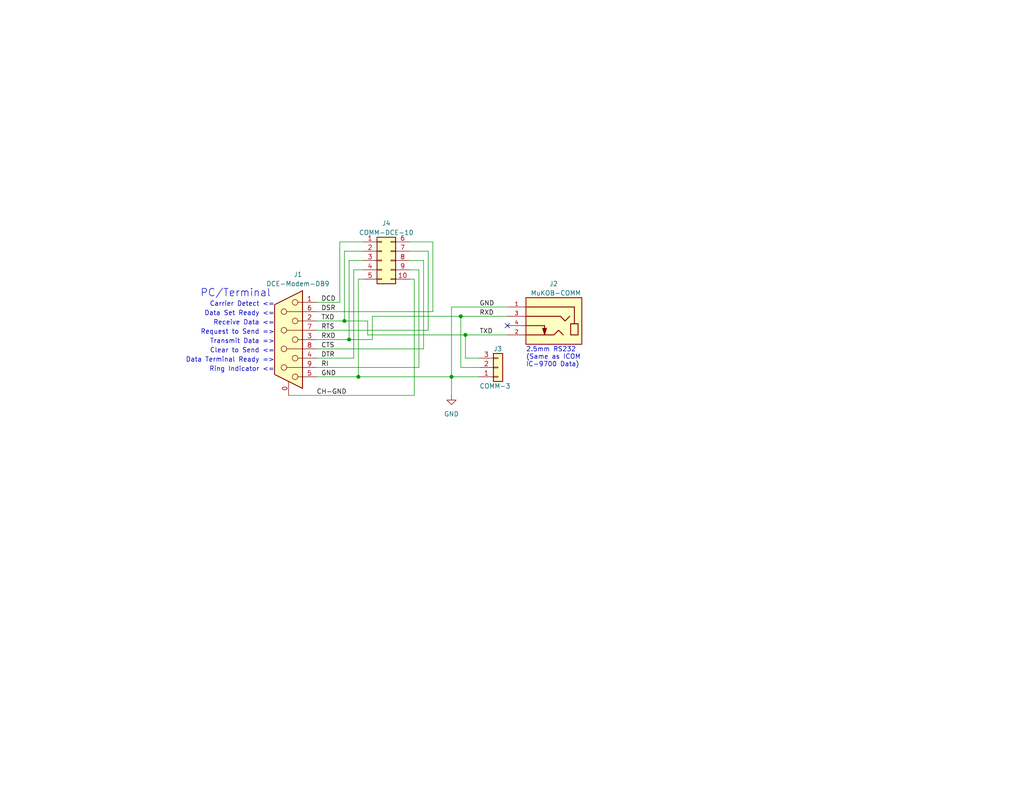
<source format=kicad_sch>
(kicad_sch (version 20230121) (generator eeschema)

  (uuid 4cd357ad-d6a2-4e95-9aa7-25bb10182e47)

  (paper "A")

  (title_block
    (title "MuKOB - Comm Adapter")
    (date "2024-01-16")
    (rev "1.0")
    (company "Silky Design (AES)")
    (comment 1 "Copyright 2024 AESilky")
  )

  (lib_symbols
    (symbol "AES_Library:CUI_SJ-2524-SMT-TRS-tsw-audio-jack" (pin_names (offset 1.016)) (in_bom yes) (on_board yes)
      (property "Reference" "J" (at -7.62 5.8495 0)
        (effects (font (size 1.27 1.27)) (justify left bottom))
      )
      (property "Value" "CUI-SJ-2524-SMT-TRS" (at -7.62 -10.1745 0)
        (effects (font (size 1.27 1.27)) (justify left bottom))
      )
      (property "Footprint" "AES_Library:CUI_SJ-2524-SMT-TRS-audio-jack" (at 0 0 0)
        (effects (font (size 1.27 1.27)) (justify bottom) hide)
      )
      (property "Datasheet" "" (at 0 0 0)
        (effects (font (size 1.27 1.27)) hide)
      )
      (property "PARTREV" "1.05" (at 0 0 0)
        (effects (font (size 1.27 1.27)) (justify bottom) hide)
      )
      (property "STANDARD" "Manufacturer Recommendations" (at 0 0 0)
        (effects (font (size 1.27 1.27)) (justify bottom) hide)
      )
      (property "SNAPEDA_PN" "SJ-2524-SMT-TR" (at 0 0 0)
        (effects (font (size 1.27 1.27)) (justify bottom) hide)
      )
      (property "MAXIMUM_PACKAGE_HEIGHT" "4.8mm" (at 0 0 0)
        (effects (font (size 1.27 1.27)) (justify bottom) hide)
      )
      (property "MANUFACTURER" "CUI Devices" (at 0 0 0)
        (effects (font (size 1.27 1.27)) (justify bottom) hide)
      )
      (property "ki_keywords" "2.5mm TRS stereo audio jack" (at 0 0 0)
        (effects (font (size 1.27 1.27)) hide)
      )
      (property "ki_description" "2.5mm TRS Stereo Audio Jack w/ts" (at 0 0 0)
        (effects (font (size 1.27 1.27)) hide)
      )
      (symbol "CUI_SJ-2524-SMT-TRS-tsw-audio-jack_0_0"
        (rectangle (start -7.62 -7.62) (end 7.62 5.08)
          (stroke (width 0.254) (type default))
          (fill (type background))
        )
        (polyline
          (pts
            (xy -6.604 -5.08)
            (xy -4.572 -5.08)
          )
          (stroke (width 0.254) (type default))
          (fill (type none))
        )
        (polyline
          (pts
            (xy -6.604 -2.032)
            (xy -6.604 -5.08)
          )
          (stroke (width 0.254) (type default))
          (fill (type none))
        )
        (polyline
          (pts
            (xy -5.588 -2.032)
            (xy -6.604 -2.032)
          )
          (stroke (width 0.254) (type default))
          (fill (type none))
        )
        (polyline
          (pts
            (xy -5.588 -2.032)
            (xy -5.588 2.54)
          )
          (stroke (width 0.254) (type default))
          (fill (type none))
        )
        (polyline
          (pts
            (xy -5.588 2.54)
            (xy 7.62 2.54)
          )
          (stroke (width 0.254) (type default))
          (fill (type none))
        )
        (polyline
          (pts
            (xy -4.572 -5.08)
            (xy -4.572 -2.032)
          )
          (stroke (width 0.254) (type default))
          (fill (type none))
        )
        (polyline
          (pts
            (xy -4.572 -2.032)
            (xy -5.588 -2.032)
          )
          (stroke (width 0.254) (type default))
          (fill (type none))
        )
        (polyline
          (pts
            (xy -3.048 -1.27)
            (xy -4.318 0)
          )
          (stroke (width 0.254) (type default))
          (fill (type none))
        )
        (polyline
          (pts
            (xy -1.778 0)
            (xy -3.048 -1.27)
          )
          (stroke (width 0.254) (type default))
          (fill (type none))
        )
        (polyline
          (pts
            (xy -1.27 -3.81)
            (xy -2.54 -5.08)
          )
          (stroke (width 0.254) (type default))
          (fill (type none))
        )
        (polyline
          (pts
            (xy 0 -5.08)
            (xy -1.27 -3.81)
          )
          (stroke (width 0.254) (type default))
          (fill (type none))
        )
        (polyline
          (pts
            (xy 2.54 -2.54)
            (xy 2.54 -3.302)
          )
          (stroke (width 0.254) (type default))
          (fill (type none))
        )
        (polyline
          (pts
            (xy 2.54 -2.54)
            (xy 7.62 -2.54)
          )
          (stroke (width 0.254) (type default))
          (fill (type none))
        )
        (polyline
          (pts
            (xy 7.62 -5.08)
            (xy 0 -5.08)
          )
          (stroke (width 0.254) (type default))
          (fill (type none))
        )
        (polyline
          (pts
            (xy 7.62 0)
            (xy -1.778 0)
          )
          (stroke (width 0.254) (type default))
          (fill (type none))
        )
        (polyline
          (pts
            (xy 2.032 -3.302)
            (xy 3.048 -3.302)
            (xy 2.54 -4.953)
            (xy 2.032 -3.302)
          )
          (stroke (width 0.254) (type default))
          (fill (type outline))
        )
        (pin passive line (at 12.7 2.54 180) (length 5.08)
          (name "~" (effects (font (size 1.016 1.016))))
          (number "1" (effects (font (size 1.016 1.016))))
        )
        (pin passive line (at 12.7 -5.08 180) (length 5.08)
          (name "~" (effects (font (size 1.016 1.016))))
          (number "2" (effects (font (size 1.016 1.016))))
        )
        (pin passive line (at 12.7 0 180) (length 5.08)
          (name "~" (effects (font (size 1.016 1.016))))
          (number "3" (effects (font (size 1.016 1.016))))
        )
        (pin passive line (at 12.7 -2.54 180) (length 5.08)
          (name "~" (effects (font (size 1.016 1.016))))
          (number "4" (effects (font (size 1.016 1.016))))
        )
      )
    )
    (symbol "Connector:DE9_Receptacle_MountingHoles" (pin_names (offset 1.016) hide) (in_bom yes) (on_board yes)
      (property "Reference" "J" (at 0 16.51 0)
        (effects (font (size 1.27 1.27)))
      )
      (property "Value" "DE9_Receptacle_MountingHoles" (at 0 14.605 0)
        (effects (font (size 1.27 1.27)))
      )
      (property "Footprint" "" (at 0 0 0)
        (effects (font (size 1.27 1.27)) hide)
      )
      (property "Datasheet" " ~" (at 0 0 0)
        (effects (font (size 1.27 1.27)) hide)
      )
      (property "ki_keywords" "connector receptacle female D-SUB DB9" (at 0 0 0)
        (effects (font (size 1.27 1.27)) hide)
      )
      (property "ki_description" "9-pin female receptacle socket D-SUB connector, Mounting Hole" (at 0 0 0)
        (effects (font (size 1.27 1.27)) hide)
      )
      (property "ki_fp_filters" "DSUB*Female*" (at 0 0 0)
        (effects (font (size 1.27 1.27)) hide)
      )
      (symbol "DE9_Receptacle_MountingHoles_0_1"
        (circle (center -1.778 -10.16) (radius 0.762)
          (stroke (width 0) (type default))
          (fill (type none))
        )
        (circle (center -1.778 -5.08) (radius 0.762)
          (stroke (width 0) (type default))
          (fill (type none))
        )
        (circle (center -1.778 0) (radius 0.762)
          (stroke (width 0) (type default))
          (fill (type none))
        )
        (circle (center -1.778 5.08) (radius 0.762)
          (stroke (width 0) (type default))
          (fill (type none))
        )
        (circle (center -1.778 10.16) (radius 0.762)
          (stroke (width 0) (type default))
          (fill (type none))
        )
        (polyline
          (pts
            (xy -3.81 -10.16)
            (xy -2.54 -10.16)
          )
          (stroke (width 0) (type default))
          (fill (type none))
        )
        (polyline
          (pts
            (xy -3.81 -7.62)
            (xy 0.508 -7.62)
          )
          (stroke (width 0) (type default))
          (fill (type none))
        )
        (polyline
          (pts
            (xy -3.81 -5.08)
            (xy -2.54 -5.08)
          )
          (stroke (width 0) (type default))
          (fill (type none))
        )
        (polyline
          (pts
            (xy -3.81 -2.54)
            (xy 0.508 -2.54)
          )
          (stroke (width 0) (type default))
          (fill (type none))
        )
        (polyline
          (pts
            (xy -3.81 0)
            (xy -2.54 0)
          )
          (stroke (width 0) (type default))
          (fill (type none))
        )
        (polyline
          (pts
            (xy -3.81 2.54)
            (xy 0.508 2.54)
          )
          (stroke (width 0) (type default))
          (fill (type none))
        )
        (polyline
          (pts
            (xy -3.81 5.08)
            (xy -2.54 5.08)
          )
          (stroke (width 0) (type default))
          (fill (type none))
        )
        (polyline
          (pts
            (xy -3.81 7.62)
            (xy 0.508 7.62)
          )
          (stroke (width 0) (type default))
          (fill (type none))
        )
        (polyline
          (pts
            (xy -3.81 10.16)
            (xy -2.54 10.16)
          )
          (stroke (width 0) (type default))
          (fill (type none))
        )
        (polyline
          (pts
            (xy -3.81 13.335)
            (xy -3.81 -13.335)
            (xy 3.81 -9.525)
            (xy 3.81 9.525)
            (xy -3.81 13.335)
          )
          (stroke (width 0.254) (type default))
          (fill (type background))
        )
        (circle (center 1.27 -7.62) (radius 0.762)
          (stroke (width 0) (type default))
          (fill (type none))
        )
        (circle (center 1.27 -2.54) (radius 0.762)
          (stroke (width 0) (type default))
          (fill (type none))
        )
        (circle (center 1.27 2.54) (radius 0.762)
          (stroke (width 0) (type default))
          (fill (type none))
        )
        (circle (center 1.27 7.62) (radius 0.762)
          (stroke (width 0) (type default))
          (fill (type none))
        )
      )
      (symbol "DE9_Receptacle_MountingHoles_1_1"
        (pin passive line (at 0 -15.24 90) (length 3.81)
          (name "PAD" (effects (font (size 1.27 1.27))))
          (number "0" (effects (font (size 1.27 1.27))))
        )
        (pin passive line (at -7.62 10.16 0) (length 3.81)
          (name "1" (effects (font (size 1.27 1.27))))
          (number "1" (effects (font (size 1.27 1.27))))
        )
        (pin passive line (at -7.62 5.08 0) (length 3.81)
          (name "2" (effects (font (size 1.27 1.27))))
          (number "2" (effects (font (size 1.27 1.27))))
        )
        (pin passive line (at -7.62 0 0) (length 3.81)
          (name "3" (effects (font (size 1.27 1.27))))
          (number "3" (effects (font (size 1.27 1.27))))
        )
        (pin passive line (at -7.62 -5.08 0) (length 3.81)
          (name "4" (effects (font (size 1.27 1.27))))
          (number "4" (effects (font (size 1.27 1.27))))
        )
        (pin passive line (at -7.62 -10.16 0) (length 3.81)
          (name "5" (effects (font (size 1.27 1.27))))
          (number "5" (effects (font (size 1.27 1.27))))
        )
        (pin passive line (at -7.62 7.62 0) (length 3.81)
          (name "6" (effects (font (size 1.27 1.27))))
          (number "6" (effects (font (size 1.27 1.27))))
        )
        (pin passive line (at -7.62 2.54 0) (length 3.81)
          (name "7" (effects (font (size 1.27 1.27))))
          (number "7" (effects (font (size 1.27 1.27))))
        )
        (pin passive line (at -7.62 -2.54 0) (length 3.81)
          (name "8" (effects (font (size 1.27 1.27))))
          (number "8" (effects (font (size 1.27 1.27))))
        )
        (pin passive line (at -7.62 -7.62 0) (length 3.81)
          (name "9" (effects (font (size 1.27 1.27))))
          (number "9" (effects (font (size 1.27 1.27))))
        )
      )
    )
    (symbol "Connector_Generic:Conn_01x03" (pin_names (offset 1.016) hide) (in_bom yes) (on_board yes)
      (property "Reference" "J" (at 0 5.08 0)
        (effects (font (size 1.27 1.27)))
      )
      (property "Value" "Conn_01x03" (at 0 -5.08 0)
        (effects (font (size 1.27 1.27)))
      )
      (property "Footprint" "" (at 0 0 0)
        (effects (font (size 1.27 1.27)) hide)
      )
      (property "Datasheet" "~" (at 0 0 0)
        (effects (font (size 1.27 1.27)) hide)
      )
      (property "ki_keywords" "connector" (at 0 0 0)
        (effects (font (size 1.27 1.27)) hide)
      )
      (property "ki_description" "Generic connector, single row, 01x03, script generated (kicad-library-utils/schlib/autogen/connector/)" (at 0 0 0)
        (effects (font (size 1.27 1.27)) hide)
      )
      (property "ki_fp_filters" "Connector*:*_1x??_*" (at 0 0 0)
        (effects (font (size 1.27 1.27)) hide)
      )
      (symbol "Conn_01x03_1_1"
        (rectangle (start -1.27 -2.413) (end 0 -2.667)
          (stroke (width 0.1524) (type default))
          (fill (type none))
        )
        (rectangle (start -1.27 0.127) (end 0 -0.127)
          (stroke (width 0.1524) (type default))
          (fill (type none))
        )
        (rectangle (start -1.27 2.667) (end 0 2.413)
          (stroke (width 0.1524) (type default))
          (fill (type none))
        )
        (rectangle (start -1.27 3.81) (end 1.27 -3.81)
          (stroke (width 0.254) (type default))
          (fill (type background))
        )
        (pin passive line (at -5.08 2.54 0) (length 3.81)
          (name "Pin_1" (effects (font (size 1.27 1.27))))
          (number "1" (effects (font (size 1.27 1.27))))
        )
        (pin passive line (at -5.08 0 0) (length 3.81)
          (name "Pin_2" (effects (font (size 1.27 1.27))))
          (number "2" (effects (font (size 1.27 1.27))))
        )
        (pin passive line (at -5.08 -2.54 0) (length 3.81)
          (name "Pin_3" (effects (font (size 1.27 1.27))))
          (number "3" (effects (font (size 1.27 1.27))))
        )
      )
    )
    (symbol "Connector_Generic:Conn_02x05_Top_Bottom" (pin_names (offset 1.016) hide) (in_bom yes) (on_board yes)
      (property "Reference" "J" (at 1.27 7.62 0)
        (effects (font (size 1.27 1.27)))
      )
      (property "Value" "Conn_02x05_Top_Bottom" (at 1.27 -7.62 0)
        (effects (font (size 1.27 1.27)))
      )
      (property "Footprint" "" (at 0 0 0)
        (effects (font (size 1.27 1.27)) hide)
      )
      (property "Datasheet" "~" (at 0 0 0)
        (effects (font (size 1.27 1.27)) hide)
      )
      (property "ki_keywords" "connector" (at 0 0 0)
        (effects (font (size 1.27 1.27)) hide)
      )
      (property "ki_description" "Generic connector, double row, 02x05, top/bottom pin numbering scheme (row 1: 1...pins_per_row, row2: pins_per_row+1 ... num_pins), script generated (kicad-library-utils/schlib/autogen/connector/)" (at 0 0 0)
        (effects (font (size 1.27 1.27)) hide)
      )
      (property "ki_fp_filters" "Connector*:*_2x??_*" (at 0 0 0)
        (effects (font (size 1.27 1.27)) hide)
      )
      (symbol "Conn_02x05_Top_Bottom_1_1"
        (rectangle (start -1.27 -4.953) (end 0 -5.207)
          (stroke (width 0.1524) (type default))
          (fill (type none))
        )
        (rectangle (start -1.27 -2.413) (end 0 -2.667)
          (stroke (width 0.1524) (type default))
          (fill (type none))
        )
        (rectangle (start -1.27 0.127) (end 0 -0.127)
          (stroke (width 0.1524) (type default))
          (fill (type none))
        )
        (rectangle (start -1.27 2.667) (end 0 2.413)
          (stroke (width 0.1524) (type default))
          (fill (type none))
        )
        (rectangle (start -1.27 5.207) (end 0 4.953)
          (stroke (width 0.1524) (type default))
          (fill (type none))
        )
        (rectangle (start -1.27 6.35) (end 3.81 -6.35)
          (stroke (width 0.254) (type default))
          (fill (type background))
        )
        (rectangle (start 3.81 -4.953) (end 2.54 -5.207)
          (stroke (width 0.1524) (type default))
          (fill (type none))
        )
        (rectangle (start 3.81 -2.413) (end 2.54 -2.667)
          (stroke (width 0.1524) (type default))
          (fill (type none))
        )
        (rectangle (start 3.81 0.127) (end 2.54 -0.127)
          (stroke (width 0.1524) (type default))
          (fill (type none))
        )
        (rectangle (start 3.81 2.667) (end 2.54 2.413)
          (stroke (width 0.1524) (type default))
          (fill (type none))
        )
        (rectangle (start 3.81 5.207) (end 2.54 4.953)
          (stroke (width 0.1524) (type default))
          (fill (type none))
        )
        (pin passive line (at -5.08 5.08 0) (length 3.81)
          (name "Pin_1" (effects (font (size 1.27 1.27))))
          (number "1" (effects (font (size 1.27 1.27))))
        )
        (pin passive line (at 7.62 -5.08 180) (length 3.81)
          (name "Pin_10" (effects (font (size 1.27 1.27))))
          (number "10" (effects (font (size 1.27 1.27))))
        )
        (pin passive line (at -5.08 2.54 0) (length 3.81)
          (name "Pin_2" (effects (font (size 1.27 1.27))))
          (number "2" (effects (font (size 1.27 1.27))))
        )
        (pin passive line (at -5.08 0 0) (length 3.81)
          (name "Pin_3" (effects (font (size 1.27 1.27))))
          (number "3" (effects (font (size 1.27 1.27))))
        )
        (pin passive line (at -5.08 -2.54 0) (length 3.81)
          (name "Pin_4" (effects (font (size 1.27 1.27))))
          (number "4" (effects (font (size 1.27 1.27))))
        )
        (pin passive line (at -5.08 -5.08 0) (length 3.81)
          (name "Pin_5" (effects (font (size 1.27 1.27))))
          (number "5" (effects (font (size 1.27 1.27))))
        )
        (pin passive line (at 7.62 5.08 180) (length 3.81)
          (name "Pin_6" (effects (font (size 1.27 1.27))))
          (number "6" (effects (font (size 1.27 1.27))))
        )
        (pin passive line (at 7.62 2.54 180) (length 3.81)
          (name "Pin_7" (effects (font (size 1.27 1.27))))
          (number "7" (effects (font (size 1.27 1.27))))
        )
        (pin passive line (at 7.62 0 180) (length 3.81)
          (name "Pin_8" (effects (font (size 1.27 1.27))))
          (number "8" (effects (font (size 1.27 1.27))))
        )
        (pin passive line (at 7.62 -2.54 180) (length 3.81)
          (name "Pin_9" (effects (font (size 1.27 1.27))))
          (number "9" (effects (font (size 1.27 1.27))))
        )
      )
    )
    (symbol "GND_6" (power) (pin_names (offset 0)) (in_bom yes) (on_board yes)
      (property "Reference" "#PWR" (at 0 -6.35 0)
        (effects (font (size 1.27 1.27)) hide)
      )
      (property "Value" "GND_6" (at 0 -3.81 0)
        (effects (font (size 1.27 1.27)))
      )
      (property "Footprint" "" (at 0 0 0)
        (effects (font (size 1.27 1.27)) hide)
      )
      (property "Datasheet" "" (at 0 0 0)
        (effects (font (size 1.27 1.27)) hide)
      )
      (property "ki_keywords" "global power" (at 0 0 0)
        (effects (font (size 1.27 1.27)) hide)
      )
      (property "ki_description" "Power symbol creates a global label with name \"GND\" , ground" (at 0 0 0)
        (effects (font (size 1.27 1.27)) hide)
      )
      (symbol "GND_6_0_1"
        (polyline
          (pts
            (xy 0 0)
            (xy 0 -1.27)
            (xy 1.27 -1.27)
            (xy 0 -2.54)
            (xy -1.27 -1.27)
            (xy 0 -1.27)
          )
          (stroke (width 0) (type default))
          (fill (type none))
        )
      )
      (symbol "GND_6_1_1"
        (pin power_in line (at 0 0 270) (length 0) hide
          (name "GND" (effects (font (size 1.27 1.27))))
          (number "1" (effects (font (size 1.27 1.27))))
        )
      )
    )
  )

  (junction (at 125.73 86.36) (diameter 0) (color 0 0 0 0)
    (uuid 367338a9-ce6e-4ae3-9c3f-de82d93ca600)
  )
  (junction (at 127 91.44) (diameter 0) (color 0 0 0 0)
    (uuid 388c8d51-ccee-4785-b721-a413fc4354a2)
  )
  (junction (at 95.25 92.71) (diameter 0) (color 0 0 0 0)
    (uuid 9f06df7a-cb49-4c76-82a3-00e53d3fd2f4)
  )
  (junction (at 93.98 87.63) (diameter 0) (color 0 0 0 0)
    (uuid af9eef59-3300-4530-8433-db4de0fa3956)
  )
  (junction (at 123.19 102.87) (diameter 0) (color 0 0 0 0)
    (uuid bcc0086b-61d9-4277-89cc-b40642f4c35f)
  )
  (junction (at 97.79 102.87) (diameter 0) (color 0 0 0 0)
    (uuid ffb19045-78fe-4658-aacb-1d4199b9f474)
  )

  (no_connect (at 138.43 88.9) (uuid 5ff24b1f-c81f-47a9-8107-da4e57bd264b))

  (wire (pts (xy 86.36 97.79) (xy 96.52 97.79))
    (stroke (width 0) (type default))
    (uuid 005a793b-dc9c-4e06-9eda-c5ee6241990e)
  )
  (wire (pts (xy 111.76 68.58) (xy 116.84 68.58))
    (stroke (width 0) (type default))
    (uuid 08e5d738-14c2-4451-bf07-fb2f218a1475)
  )
  (wire (pts (xy 125.73 86.36) (xy 138.43 86.36))
    (stroke (width 0) (type default))
    (uuid 0933040e-17a0-43b2-b4e6-e83c7a53708d)
  )
  (wire (pts (xy 125.73 86.36) (xy 125.73 100.33))
    (stroke (width 0) (type default))
    (uuid 1c55d9cc-6f6f-41e6-9564-88c94dcbb63e)
  )
  (wire (pts (xy 118.11 66.04) (xy 118.11 85.09))
    (stroke (width 0) (type default))
    (uuid 2c2114fe-1689-485d-96e0-c973bb567b91)
  )
  (wire (pts (xy 114.3 100.33) (xy 86.36 100.33))
    (stroke (width 0) (type default))
    (uuid 2c863d9d-f8ac-4bcd-8534-148bab1c82d0)
  )
  (wire (pts (xy 93.98 87.63) (xy 100.33 87.63))
    (stroke (width 0) (type default))
    (uuid 2e21bae3-f64b-48f8-96b0-c4bd05de0467)
  )
  (wire (pts (xy 123.19 102.87) (xy 130.81 102.87))
    (stroke (width 0) (type default))
    (uuid 2e760dbe-e270-4973-ae73-f9f663464298)
  )
  (wire (pts (xy 86.36 92.71) (xy 95.25 92.71))
    (stroke (width 0) (type default))
    (uuid 2f16bf9e-e2ba-403c-88ce-b6d4bc59067b)
  )
  (wire (pts (xy 130.81 100.33) (xy 125.73 100.33))
    (stroke (width 0) (type default))
    (uuid 2ffe0e35-854a-432c-bcc7-5b21813bb8c5)
  )
  (wire (pts (xy 96.52 73.66) (xy 99.06 73.66))
    (stroke (width 0) (type default))
    (uuid 48a8b680-87e6-469e-ba7c-c43b0a461da2)
  )
  (wire (pts (xy 115.57 71.12) (xy 115.57 95.25))
    (stroke (width 0) (type default))
    (uuid 4dc58368-bca5-4d43-a8e7-50a2cb7764e7)
  )
  (wire (pts (xy 97.79 102.87) (xy 123.19 102.87))
    (stroke (width 0) (type default))
    (uuid 50862c2c-fd02-46d8-903d-41c5e34dd4a6)
  )
  (wire (pts (xy 127 91.44) (xy 100.33 91.44))
    (stroke (width 0) (type default))
    (uuid 51a0c49e-811e-48f3-ac4c-279e93338162)
  )
  (wire (pts (xy 101.6 86.36) (xy 101.6 92.71))
    (stroke (width 0) (type default))
    (uuid 51bc1bad-175e-47f0-adcd-f307e668712c)
  )
  (wire (pts (xy 100.33 91.44) (xy 100.33 87.63))
    (stroke (width 0) (type default))
    (uuid 521acc45-e8e5-40d1-b6be-62e097eed5e7)
  )
  (wire (pts (xy 111.76 76.2) (xy 113.03 76.2))
    (stroke (width 0) (type default))
    (uuid 54b381cd-eb2c-4999-9b21-10b026d88fcc)
  )
  (wire (pts (xy 123.19 102.87) (xy 123.19 107.95))
    (stroke (width 0) (type default))
    (uuid 5680e731-13ce-4dae-b514-32bffe126120)
  )
  (wire (pts (xy 78.74 107.95) (xy 113.03 107.95))
    (stroke (width 0) (type default))
    (uuid 6a9668df-28d7-40f8-95ee-58eafbde7a74)
  )
  (wire (pts (xy 97.79 102.87) (xy 97.79 76.2))
    (stroke (width 0) (type default))
    (uuid 6c6f904b-32f3-4666-a561-a95b61267001)
  )
  (wire (pts (xy 114.3 73.66) (xy 114.3 100.33))
    (stroke (width 0) (type default))
    (uuid 6d8e25ca-1f03-4da8-bb7a-cf0fadeb140a)
  )
  (wire (pts (xy 125.73 86.36) (xy 101.6 86.36))
    (stroke (width 0) (type default))
    (uuid 6de3d62f-993e-483e-9ef0-8c6e9f95ac27)
  )
  (wire (pts (xy 116.84 68.58) (xy 116.84 90.17))
    (stroke (width 0) (type default))
    (uuid 78ebf1ed-a149-4cb6-b346-19340fdb1f15)
  )
  (wire (pts (xy 116.84 90.17) (xy 86.36 90.17))
    (stroke (width 0) (type default))
    (uuid 7dc3e731-ffd0-41f1-8ea6-be208ee95e8b)
  )
  (wire (pts (xy 111.76 66.04) (xy 118.11 66.04))
    (stroke (width 0) (type default))
    (uuid 89cfd524-1fe0-470c-91f0-f57ece607cfd)
  )
  (wire (pts (xy 113.03 76.2) (xy 113.03 107.95))
    (stroke (width 0) (type default))
    (uuid 959e4e7d-1f8b-4e19-8dda-24706df72af0)
  )
  (wire (pts (xy 96.52 97.79) (xy 96.52 73.66))
    (stroke (width 0) (type default))
    (uuid a5de7ac0-1969-49e3-8dc1-79a117903b13)
  )
  (wire (pts (xy 95.25 92.71) (xy 101.6 92.71))
    (stroke (width 0) (type default))
    (uuid ab900a6d-ec4f-4b91-b956-4677e33ab1b8)
  )
  (wire (pts (xy 111.76 73.66) (xy 114.3 73.66))
    (stroke (width 0) (type default))
    (uuid aecb0c81-62b4-41e5-afb3-3580ae3b61d0)
  )
  (wire (pts (xy 111.76 71.12) (xy 115.57 71.12))
    (stroke (width 0) (type default))
    (uuid afa99653-90a3-44a9-8977-090aac3cd33f)
  )
  (wire (pts (xy 86.36 82.55) (xy 92.71 82.55))
    (stroke (width 0) (type default))
    (uuid b5839d77-2afc-4c19-901f-44938720cb0a)
  )
  (wire (pts (xy 123.19 83.82) (xy 123.19 102.87))
    (stroke (width 0) (type default))
    (uuid b8e2b2b7-31b0-4fdf-a21f-1335eb5ef9c1)
  )
  (wire (pts (xy 127 91.44) (xy 138.43 91.44))
    (stroke (width 0) (type default))
    (uuid bca28177-d02c-4650-b161-837ed28d5b09)
  )
  (wire (pts (xy 93.98 87.63) (xy 93.98 68.58))
    (stroke (width 0) (type default))
    (uuid c6d94b10-4c1b-4797-9cd4-cc52eafebc8f)
  )
  (wire (pts (xy 118.11 85.09) (xy 86.36 85.09))
    (stroke (width 0) (type default))
    (uuid c70c35a4-aa8a-482c-a63c-88c1da3859d4)
  )
  (wire (pts (xy 127 97.79) (xy 130.81 97.79))
    (stroke (width 0) (type default))
    (uuid c8b4ae05-8ab3-4a1e-a56d-ca48238d0b8e)
  )
  (wire (pts (xy 95.25 71.12) (xy 99.06 71.12))
    (stroke (width 0) (type default))
    (uuid d00135a9-4f02-4ee9-a52a-f385e6d9bd10)
  )
  (wire (pts (xy 92.71 82.55) (xy 92.71 66.04))
    (stroke (width 0) (type default))
    (uuid d04396bc-7d33-4014-87db-a69817310cd0)
  )
  (wire (pts (xy 97.79 76.2) (xy 99.06 76.2))
    (stroke (width 0) (type default))
    (uuid d0c18043-46f6-4a33-8cc3-5a4529995c42)
  )
  (wire (pts (xy 127 91.44) (xy 127 97.79))
    (stroke (width 0) (type default))
    (uuid d818d472-692b-46da-a291-a1fb9c52131c)
  )
  (wire (pts (xy 115.57 95.25) (xy 86.36 95.25))
    (stroke (width 0) (type default))
    (uuid e29f9237-c7a5-4cff-a9c9-4dfd90569c28)
  )
  (wire (pts (xy 93.98 68.58) (xy 99.06 68.58))
    (stroke (width 0) (type default))
    (uuid e29fc9d6-c3cc-4ff2-99c4-be28dfb1c085)
  )
  (wire (pts (xy 92.71 66.04) (xy 99.06 66.04))
    (stroke (width 0) (type default))
    (uuid eb35c1b3-1fed-4b1b-b07e-01108bf2fa44)
  )
  (wire (pts (xy 95.25 92.71) (xy 95.25 71.12))
    (stroke (width 0) (type default))
    (uuid eb6032b2-66f1-4566-a10c-8a74e1d16d3a)
  )
  (wire (pts (xy 86.36 102.87) (xy 97.79 102.87))
    (stroke (width 0) (type default))
    (uuid f11fcc49-d0ff-46f5-b0c3-58a96a4f1e2a)
  )
  (wire (pts (xy 123.19 83.82) (xy 138.43 83.82))
    (stroke (width 0) (type default))
    (uuid f42d839a-106f-4382-8cc1-7cdc36cc6089)
  )
  (wire (pts (xy 86.36 87.63) (xy 93.98 87.63))
    (stroke (width 0) (type default))
    (uuid fd3a2d17-e237-45cf-b44a-37cd8c402240)
  )

  (text "Transmit Data =>" (at 74.93 93.98 0)
    (effects (font (size 1.27 1.27)) (justify right bottom))
    (uuid 157e4b4d-d9b5-4b4a-bffa-d44e140982ab)
  )
  (text "Ring Indicator <=" (at 74.93 101.6 0)
    (effects (font (size 1.27 1.27)) (justify right bottom))
    (uuid 27b60db4-8662-427d-b6f2-8603101bfd1d)
  )
  (text "PC/Terminal" (at 54.61 81.28 0)
    (effects (font (size 2.032 2.032)) (justify left bottom))
    (uuid 3ebbfc89-c33e-47d2-823e-a4121b7692ba)
  )
  (text "Carrier Detect <=" (at 74.93 83.82 0)
    (effects (font (size 1.27 1.27)) (justify right bottom))
    (uuid 6b72c7a5-54c8-4313-8557-b8f91a457ec3)
  )
  (text "Clear to Send <=" (at 74.93 96.52 0)
    (effects (font (size 1.27 1.27)) (justify right bottom))
    (uuid 87a53492-9e92-4037-8cac-80a1f7c0693e)
  )
  (text "Request to Send =>" (at 74.93 91.44 0)
    (effects (font (size 1.27 1.27)) (justify right bottom))
    (uuid aa2c6cba-7db3-4317-b139-cc0e98dd67e3)
  )
  (text "2.5mm RS232\n(Same as ICOM\nIC-9700 Data)" (at 143.51 100.33 0)
    (effects (font (size 1.27 1.27)) (justify left bottom))
    (uuid b1229d05-2223-4d39-93a4-3a1a3ebe6953)
  )
  (text "Receive Data <=" (at 74.93 88.9 0)
    (effects (font (size 1.27 1.27)) (justify right bottom))
    (uuid be3e9591-6cdb-4429-bb60-712b64b11484)
  )
  (text "Data Terminal Ready =>" (at 74.93 99.06 0)
    (effects (font (size 1.27 1.27)) (justify right bottom))
    (uuid d3b75f40-b8a8-483a-957e-d86cd08c0adc)
  )
  (text "Data Set Ready <=" (at 74.93 86.36 0)
    (effects (font (size 1.27 1.27)) (justify right bottom))
    (uuid fd37a409-01c8-4502-bdfa-cce59f3db31c)
  )

  (label "RI" (at 87.63 100.33 0) (fields_autoplaced)
    (effects (font (size 1.27 1.27)) (justify left bottom))
    (uuid 0724cebd-ec6d-4e44-a30c-23c9463f4afd)
  )
  (label "GND" (at 130.81 83.82 0) (fields_autoplaced)
    (effects (font (size 1.27 1.27)) (justify left bottom))
    (uuid 227b5431-d5dc-4d78-a066-2ff71f570f31)
  )
  (label "TXD" (at 130.81 91.44 0) (fields_autoplaced)
    (effects (font (size 1.27 1.27)) (justify left bottom))
    (uuid 256c1073-55c4-4841-87f6-7287afed14f9)
  )
  (label "RXD" (at 87.63 92.71 0) (fields_autoplaced)
    (effects (font (size 1.27 1.27)) (justify left bottom))
    (uuid 3d644d79-390f-4332-8db4-61c3213b135a)
  )
  (label "DCD" (at 87.63 82.55 0) (fields_autoplaced)
    (effects (font (size 1.27 1.27)) (justify left bottom))
    (uuid 47127b36-ad2a-45c6-a813-676db98efa27)
  )
  (label "GND" (at 87.63 102.87 0) (fields_autoplaced)
    (effects (font (size 1.27 1.27)) (justify left bottom))
    (uuid 6c74b468-daf4-44fe-88d7-edcfba59234e)
  )
  (label "DTR" (at 87.63 97.79 0) (fields_autoplaced)
    (effects (font (size 1.27 1.27)) (justify left bottom))
    (uuid 812a60df-ae5d-4bd1-96a6-5c78354781bf)
  )
  (label "DSR" (at 87.63 85.09 0) (fields_autoplaced)
    (effects (font (size 1.27 1.27)) (justify left bottom))
    (uuid 819e0253-af1e-4108-b7ee-aa6d2ff029fb)
  )
  (label "RTS" (at 87.63 90.17 0) (fields_autoplaced)
    (effects (font (size 1.27 1.27)) (justify left bottom))
    (uuid 9e1cfa9d-1502-4d9e-95df-8c96da003b17)
  )
  (label "TXD" (at 87.63 87.63 0) (fields_autoplaced)
    (effects (font (size 1.27 1.27)) (justify left bottom))
    (uuid b64d9662-b332-4352-8d54-df7d5098c924)
  )
  (label "CH-GND" (at 86.36 107.95 0) (fields_autoplaced)
    (effects (font (size 1.27 1.27)) (justify left bottom))
    (uuid c14591b6-9bef-4a7a-b072-d9fdce7dc6b5)
  )
  (label "RXD" (at 130.81 86.36 0) (fields_autoplaced)
    (effects (font (size 1.27 1.27)) (justify left bottom))
    (uuid e7f403b9-0391-4b25-8f32-5ba59d4169ef)
  )
  (label "CTS" (at 87.63 95.25 0) (fields_autoplaced)
    (effects (font (size 1.27 1.27)) (justify left bottom))
    (uuid f3d6968a-a717-4559-8d38-249ab4e8eeb7)
  )

  (symbol (lib_id "Connector:DE9_Receptacle_MountingHoles") (at 78.74 92.71 0) (mirror y) (unit 1)
    (in_bom yes) (on_board yes) (dnp no)
    (uuid 616376b8-9fe5-4e02-abc5-dd5bde149aa0)
    (property "Reference" "J1" (at 81.28 74.93 0)
      (effects (font (size 1.27 1.27)))
    )
    (property "Value" "DCE-Modem-DB9" (at 81.28 77.47 0)
      (effects (font (size 1.27 1.27)))
    )
    (property "Footprint" "Connector_Dsub:DSUB-9_Female_Horizontal_P2.77x2.84mm_EdgePinOffset9.90mm_Housed_MountingHolesOffset11.32mm" (at 78.74 92.71 0)
      (effects (font (size 1.27 1.27)) hide)
    )
    (property "Datasheet" " ~" (at 78.74 92.71 0)
      (effects (font (size 1.27 1.27)) hide)
    )
    (pin "0" (uuid 52c434f5-08f9-4c75-8162-ef56c5fd413c))
    (pin "1" (uuid 477937cb-2d0c-4184-bf4b-e26fe5934872))
    (pin "2" (uuid 41cd7754-8462-41c9-b5bd-9c57c2665bb9))
    (pin "3" (uuid 0ebcce24-fdf4-4bbb-9a51-dd698b96ed5e))
    (pin "4" (uuid 7d376d2e-dec5-4ee3-8ee5-fee0ea5336bd))
    (pin "5" (uuid 6fd70d99-95dd-4a39-a7b0-ee0df2348304))
    (pin "6" (uuid 3dd54eec-d96b-4b0e-b024-dc1f7fa4fe39))
    (pin "7" (uuid ff808485-f508-435c-ac57-84efd95897ea))
    (pin "8" (uuid fec8265b-785c-4370-bddb-823fd331d737))
    (pin "9" (uuid c9d7777e-f41e-4696-b262-39db54393afe))
    (instances
      (project "MK_CommAdapter"
        (path "/4cd357ad-d6a2-4e95-9aa7-25bb10182e47"
          (reference "J1") (unit 1)
        )
      )
      (project "MK_KS"
        (path "/c58d90c2-85f3-4e69-91d5-1bcb030f2211"
          (reference "J3") (unit 1)
        )
      )
    )
  )

  (symbol (lib_id "AES_Library:CUI_SJ-2524-SMT-TRS-tsw-audio-jack") (at 151.13 86.36 0) (mirror y) (unit 1)
    (in_bom yes) (on_board yes) (dnp no)
    (uuid b90fd567-d401-42a6-85cb-28256acf8396)
    (property "Reference" "J2" (at 149.86 77.47 0)
      (effects (font (size 1.27 1.27)) (justify right))
    )
    (property "Value" "MuKOB-COMM" (at 144.78 80.01 0)
      (effects (font (size 1.27 1.27)) (justify right))
    )
    (property "Footprint" "AES_Library:CUI_SJ-2524-SMT-TRS-audio-jack" (at 151.13 86.36 0)
      (effects (font (size 1.27 1.27)) (justify bottom) hide)
    )
    (property "Datasheet" "" (at 151.13 86.36 0)
      (effects (font (size 1.27 1.27)) hide)
    )
    (property "PARTREV" "1.05" (at 151.13 86.36 0)
      (effects (font (size 1.27 1.27)) (justify bottom) hide)
    )
    (property "STANDARD" "Manufacturer Recommendations" (at 151.13 86.36 0)
      (effects (font (size 1.27 1.27)) (justify bottom) hide)
    )
    (property "SNAPEDA_PN" "SJ-2524-SMT-TR" (at 151.13 86.36 0)
      (effects (font (size 1.27 1.27)) (justify bottom) hide)
    )
    (property "MAXIMUM_PACKAGE_HEIGHT" "4.8mm" (at 151.13 86.36 0)
      (effects (font (size 1.27 1.27)) (justify bottom) hide)
    )
    (property "MANUFACTURER" "CUI Devices" (at 151.13 86.36 0)
      (effects (font (size 1.27 1.27)) (justify bottom) hide)
    )
    (pin "1" (uuid 1c262a98-cda9-4bd8-9388-c04a592f7263))
    (pin "2" (uuid 455cc316-1721-4d0c-9976-7aa643f67d02))
    (pin "3" (uuid 97935bdb-a574-4427-af98-3da6583af019))
    (pin "4" (uuid 49acd4ca-b67c-4926-9668-69336e0dc24b))
    (instances
      (project "MuKOB"
        (path "/048b0ad6-aff0-457c-90cc-1f291c176206"
          (reference "J2") (unit 1)
        )
      )
      (project "MK_CommAdapter"
        (path "/4cd357ad-d6a2-4e95-9aa7-25bb10182e47"
          (reference "J2") (unit 1)
        )
      )
    )
  )

  (symbol (lib_name "GND_6") (lib_id "power:GND") (at 123.19 107.95 0) (unit 1)
    (in_bom yes) (on_board yes) (dnp no) (fields_autoplaced)
    (uuid cd016d3a-00d7-497c-919d-3b12c0d1cf87)
    (property "Reference" "#PWR02" (at 123.19 114.3 0)
      (effects (font (size 1.27 1.27)) hide)
    )
    (property "Value" "GND" (at 123.19 113.03 0)
      (effects (font (size 1.27 1.27)))
    )
    (property "Footprint" "" (at 123.19 107.95 0)
      (effects (font (size 1.27 1.27)) hide)
    )
    (property "Datasheet" "" (at 123.19 107.95 0)
      (effects (font (size 1.27 1.27)) hide)
    )
    (pin "1" (uuid d0f77bd3-bddd-437f-9fde-02ae769e6a4e))
    (instances
      (project "MuKOB"
        (path "/048b0ad6-aff0-457c-90cc-1f291c176206"
          (reference "#PWR02") (unit 1)
        )
      )
      (project "MK_CommAdapter"
        (path "/4cd357ad-d6a2-4e95-9aa7-25bb10182e47"
          (reference "#PWR03") (unit 1)
        )
      )
    )
  )

  (symbol (lib_id "Connector_Generic:Conn_01x03") (at 135.89 100.33 0) (mirror x) (unit 1)
    (in_bom yes) (on_board yes) (dnp no)
    (uuid fa03afeb-af04-4b22-85cb-09037cf54db0)
    (property "Reference" "J1" (at 134.62 95.25 0)
      (effects (font (size 1.27 1.27)) (justify left))
    )
    (property "Value" "COMM-3" (at 130.81 105.41 0)
      (effects (font (size 1.27 1.27)) (justify left))
    )
    (property "Footprint" "Connector_PinHeader_2.54mm:PinHeader_1x03_P2.54mm_Vertical" (at 135.89 100.33 0)
      (effects (font (size 1.27 1.27)) hide)
    )
    (property "Datasheet" "~" (at 135.89 100.33 0)
      (effects (font (size 1.27 1.27)) hide)
    )
    (pin "1" (uuid 7e415b0e-1582-44de-886f-d474dcb7619b))
    (pin "2" (uuid 860b420d-bddf-4663-89ca-035be4200f21))
    (pin "3" (uuid bdf68dc8-73a1-4c52-9246-becc4ac8878a))
    (instances
      (project "MuKOB"
        (path "/048b0ad6-aff0-457c-90cc-1f291c176206"
          (reference "J1") (unit 1)
        )
      )
      (project "MK_CommAdapter"
        (path "/4cd357ad-d6a2-4e95-9aa7-25bb10182e47"
          (reference "J3") (unit 1)
        )
      )
    )
  )

  (symbol (lib_id "Connector_Generic:Conn_02x05_Top_Bottom") (at 104.14 71.12 0) (unit 1)
    (in_bom yes) (on_board yes) (dnp no)
    (uuid fba6b20c-cf63-4721-8e74-9e49a6ec08aa)
    (property "Reference" "J4" (at 105.41 60.96 0)
      (effects (font (size 1.27 1.27)))
    )
    (property "Value" "COMM-DCE-10" (at 105.41 63.5 0)
      (effects (font (size 1.27 1.27)))
    )
    (property "Footprint" "AES_Library:PinHeader_2x05_DB9-Order" (at 104.14 71.12 0)
      (effects (font (size 1.27 1.27)) hide)
    )
    (property "Datasheet" "~" (at 104.14 71.12 0)
      (effects (font (size 1.27 1.27)) hide)
    )
    (pin "1" (uuid 5170e384-37d0-45ce-91f0-9c12a3dfdcfe))
    (pin "10" (uuid cecaccce-d759-494f-8de4-bb1acbfbf0d0))
    (pin "2" (uuid 0b1ba786-692a-4ae5-a6d3-ad29ed9650a9))
    (pin "3" (uuid c9074f4d-b76f-4e73-b36a-98a13e64fb6a))
    (pin "4" (uuid 551e353e-599a-4f2e-a0df-a78df8c3818a))
    (pin "5" (uuid 66bf110c-f253-4f14-b157-2159f578f849))
    (pin "6" (uuid f902bddf-ce8c-4bcf-8272-7f7bd2b82aa2))
    (pin "7" (uuid 5190119c-86a6-46cd-97a0-3a597a04e5de))
    (pin "8" (uuid 4a608748-b84f-4ac4-860c-e33d7b1286f4))
    (pin "9" (uuid 1ff2e7c8-ff15-405b-ab06-1840150bf06d))
    (instances
      (project "MK_CommAdapter"
        (path "/4cd357ad-d6a2-4e95-9aa7-25bb10182e47"
          (reference "J4") (unit 1)
        )
      )
    )
  )

  (sheet_instances
    (path "/" (page "1"))
  )
)

</source>
